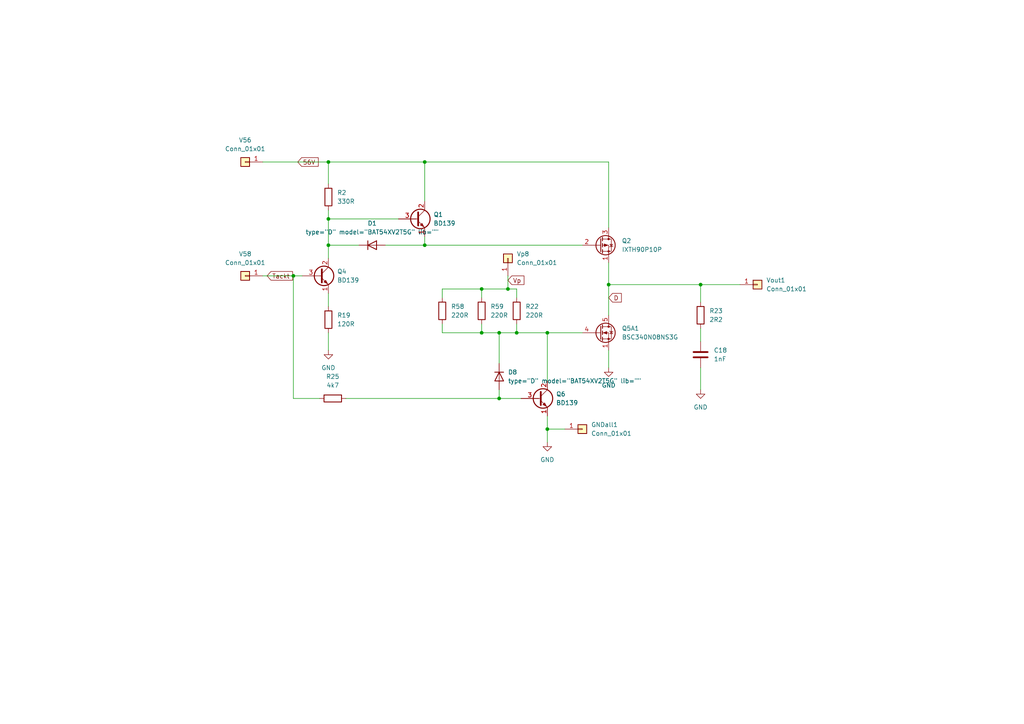
<source format=kicad_sch>
(kicad_sch (version 20211123) (generator eeschema)
  (paper "A4")
  (lib_symbols
    (symbol "Connector_Generic:Conn_01x01" (pin_names (offset 1.016) hide)
      (property "Reference" "J" (at 0 2.54 0))
      (property "Value" "Conn_01x01" (at 0 -2.54 0))
      (symbol "Conn_01x01_1_1"
        (rectangle (start -1.27 0.127) (end 0 -0.127) (stroke (width 0.1524)))
        (rectangle (start -1.27 1.27) (end 1.27 -1.27) (stroke (width 0.254)) (fill (type background)))
        (pin passive line (at -5.08 0 0) (length 3.81) (name "Pin_1") (number "1"))
      )
    )
    (symbol "Device:C" (pin_numbers hide) (pin_names (offset 0.254))
      (property "Reference" "C" (at 0.635 2.54 0))
      (property "Value" "C" (at 0.635 -2.54 0))
      (symbol "C_0_1"
        (polyline (pts (xy -2.032 -0.762) (xy 2.032 -0.762)) (stroke (width 0.508)))
        (polyline (pts (xy -2.032 0.762) (xy 2.032 0.762)) (stroke (width 0.508)))
      )
      (symbol "C_1_1"
        (pin passive line (at 0 3.81 270) (length 2.794) (name "~") (number "1"))
        (pin passive line (at 0 -3.81 90) (length 2.794) (name "~") (number "2"))
      )
    )
    (symbol "Device:Q_PMOS_SGD" (pin_names (offset 0) hide)
      (property "Reference" "Q" (at 5.08 1.27 0))
      (property "Value" "Q_PMOS_SGD" (at 5.08 -1.27 0))
      (symbol "Q_PMOS_SGD_0_1"
        (polyline (pts (xy 0.254 0) (xy -2.54 0)))
        (polyline (pts (xy 0.254 1.905) (xy 0.254 -1.905)) (stroke (width 0.254)))
        (polyline (pts (xy 0.762 -1.27) (xy 0.762 -2.286)) (stroke (width 0.254)))
        (polyline (pts (xy 0.762 0.508) (xy 0.762 -0.508)) (stroke (width 0.254)))
        (polyline (pts (xy 0.762 2.286) (xy 0.762 1.27)) (stroke (width 0.254)))
        (polyline (pts (xy 2.54 2.54) (xy 2.54 1.778)))
        (polyline (pts (xy 2.54 -2.54) (xy 2.54 0) (xy 0.762 0)))
        (polyline (pts (xy 0.762 1.778) (xy 3.302 1.778) (xy 3.302 -1.778) (xy 0.762 -1.778)))
        (polyline (pts (xy 2.286 0) (xy 1.27 0.381) (xy 1.27 -0.381) (xy 2.286 0)) (fill (type outline)))
        (polyline (pts (xy 2.794 -0.508) (xy 2.921 -0.381) (xy 3.683 -0.381) (xy 3.81 -0.254)))
        (polyline (pts (xy 3.302 -0.381) (xy 2.921 0.254) (xy 3.683 0.254) (xy 3.302 -0.381)))
        (circle (center 1.651 0) (radius 2.794) (stroke (width 0.254)))
        (circle (center 2.54 -1.778) (radius 0.254) (fill (type outline)))
        (circle (center 2.54 1.778) (radius 0.254) (fill (type outline)))
      )
      (symbol "Q_PMOS_SGD_1_1"
        (pin passive line (at 2.54 -5.08 90) (length 2.54) (name "S") (number "1"))
        (pin input line (at -5.08 0 0) (length 2.54) (name "G") (number "2"))
        (pin passive line (at 2.54 5.08 270) (length 2.54) (name "D") (number "3"))
      )
    )
    (symbol "Device:R" (pin_numbers hide) (pin_names (offset 0))
      (property "Reference" "R" (at 2.032 0 90))
      (property "Value" "R" (at 0 0 90))
      (symbol "R_0_1"
        (rectangle (start -1.016 -2.54) (end 1.016 2.54) (stroke (width 0.254)))
      )
      (symbol "R_1_1"
        (pin passive line (at 0 3.81 270) (length 1.27) (name "~") (number "1"))
        (pin passive line (at 0 -3.81 90) (length 1.27) (name "~") (number "2"))
      )
    )
    (symbol "Simulation_SPICE:DIODE" (pin_numbers hide) (pin_names (offset 1.016) hide)
      (property "Reference" "D" (at 0 2.54 0))
      (property "Value" "DIODE" (at 0 -2.54 0))
      (symbol "DIODE_0_1"
        (polyline (pts (xy 1.27 0) (xy -1.27 0)))
        (polyline (pts (xy 1.27 1.27) (xy 1.27 -1.27)) (stroke (width 0.254)))
        (polyline (pts (xy -1.27 -1.27) (xy -1.27 1.27) (xy 1.27 0) (xy -1.27 -1.27)) (stroke (width 0.254)))
      )
      (symbol "DIODE_1_1"
        (pin passive line (at -3.81 0 0) (length 2.54) (name "A") (number "1"))
        (pin passive line (at 3.81 0 180) (length 2.54) (name "K") (number "2"))
      )
    )
    (symbol "Transistor_BJT:BD139" (pin_names (offset 0) hide)
      (property "Reference" "Q" (at 5.08 1.905 0))
      (property "Value" "BD139" (at 5.08 0 0))
      (symbol "BD139_0_1"
        (polyline (pts (xy 0 0) (xy 0.635 0)))
        (polyline (pts (xy 2.54 -2.54) (xy 0.635 -0.635)))
        (polyline (pts (xy 2.54 2.54) (xy 0.635 0.635)))
        (polyline (pts (xy 0.635 1.905) (xy 0.635 -1.905) (xy 0.635 -1.905)) (stroke (width 0.508)) (fill (type outline)))
        (polyline (pts (xy 1.2446 -1.778) (xy 1.7526 -1.27) (xy 2.286 -2.286) (xy 1.2446 -1.778) (xy 1.2446 -1.778)) (fill (type outline)))
        (circle (center 1.27 0) (radius 2.8194) (stroke (width 0.3048)))
      )
      (symbol "BD139_1_1"
        (pin passive line (at 2.54 -5.08 90) (length 2.54) (name "E") (number "1"))
        (pin passive line (at 2.54 5.08 270) (length 2.54) (name "C") (number "2"))
        (pin input line (at -5.08 0 0) (length 5.08) (name "B") (number "3"))
      )
    )
    (symbol "Transistor_FET:BSC340N08NS3G" (pin_names hide)
      (property "Reference" "Q" (at 5.08 1.905 0))
      (property "Value" "BSC340N08NS3G" (at 5.08 0 0))
      (symbol "BSC340N08NS3G_0_1"
        (polyline (pts (xy 0.254 0) (xy -2.54 0)))
        (polyline (pts (xy 0.254 1.905) (xy 0.254 -1.905)) (stroke (width 0.254)))
        (polyline (pts (xy 0.762 -1.27) (xy 0.762 -2.286)) (stroke (width 0.254)))
        (polyline (pts (xy 0.762 0.508) (xy 0.762 -0.508)) (stroke (width 0.254)))
        (polyline (pts (xy 0.762 2.286) (xy 0.762 1.27)) (stroke (width 0.254)))
        (polyline (pts (xy 2.54 2.54) (xy 2.54 1.778)))
        (polyline (pts (xy 2.54 -2.54) (xy 2.54 0) (xy 0.762 0)))
        (polyline (pts (xy 0.762 -1.778) (xy 3.302 -1.778) (xy 3.302 1.778) (xy 0.762 1.778)))
        (polyline (pts (xy 1.016 0) (xy 2.032 0.381) (xy 2.032 -0.381) (xy 1.016 0)) (fill (type outline)))
        (polyline (pts (xy 2.794 0.508) (xy 2.921 0.381) (xy 3.683 0.381) (xy 3.81 0.254)))
        (polyline (pts (xy 3.302 0.381) (xy 2.921 -0.254) (xy 3.683 -0.254) (xy 3.302 0.381)))
        (circle (center 1.651 0) (radius 2.794) (stroke (width 0.254)))
        (circle (center 2.54 -1.778) (radius 0.254) (fill (type outline)))
        (circle (center 2.54 1.778) (radius 0.254) (fill (type outline)))
      )
      (symbol "BSC340N08NS3G_1_1"
        (pin passive line (at 2.54 -5.08 90) (length 2.54) (name "S") (number "1"))
        (pin passive line (at 2.54 -5.08 90) (length 2.54) hide (name "S") (number "2"))
        (pin passive line (at 2.54 -5.08 90) (length 2.54) hide (name "S") (number "3"))
        (pin passive line (at -5.08 0 0) (length 2.54) (name "G") (number "4"))
        (pin passive line (at 2.54 5.08 270) (length 2.54) (name "D") (number "5"))
      )
    )
    (symbol "power:GND" (power) (pin_names (offset 0))
      (property "Value" "GND" (at 0 -3.81 0))
      (symbol "GND_0_1"
        (polyline (pts (xy 0 0) (xy 0 -1.27) (xy 1.27 -1.27) (xy 0 -2.54) (xy -1.27 -1.27) (xy 0 -1.27)))
      )
      (symbol "GND_1_1"
        (pin power_in line (at 0 0 270) (length 0) hide (name "GND") (number "1"))
      )
    )
  )
  (junction (at 158.75 124.46))
  (junction (at 95.25 71.12))
  (junction (at 144.78 115.57))
  (junction (at 123.19 71.12))
  (junction (at 85.09 80.01))
  (junction (at 95.25 63.5))
  (junction (at 149.86 96.52))
  (junction (at 176.53 82.55))
  (junction (at 123.19 46.99))
  (junction (at 158.75 96.52))
  (junction (at 95.25 46.99))
  (junction (at 203.2 82.55))
  (junction (at 147.32 83.82))
  (junction (at 139.7 96.52))
  (junction (at 144.78 96.52))
  (junction (at 139.7 83.82))
  (wire (pts (xy 95.25 60.96) (xy 95.25 63.5)))
  (wire (pts (xy 95.25 46.99) (xy 95.25 53.34)))
  (wire (pts (xy 144.78 113.03) (xy 144.78 115.57)))
  (wire (pts (xy 123.19 46.99) (xy 123.19 58.42)))
  (wire (pts (xy 144.78 115.57) (xy 151.13 115.57)))
  (wire (pts (xy 176.53 46.99) (xy 123.19 46.99)))
  (wire (pts (xy 203.2 106.68) (xy 203.2 113.03)))
  (wire (pts (xy 203.2 87.63) (xy 203.2 82.55)))
  (wire (pts (xy 95.25 71.12) (xy 104.14 71.12)))
  (wire (pts (xy 149.86 83.82) (xy 149.86 86.36)))
  (wire (pts (xy 95.25 46.99) (xy 123.19 46.99)))
  (wire (pts (xy 85.09 80.01) (xy 87.63 80.01)))
  (wire (pts (xy 92.71 115.57) (xy 85.09 115.57)))
  (wire (pts (xy 158.75 96.52) (xy 158.75 110.49)))
  (wire (pts (xy 158.75 120.65) (xy 158.75 124.46)))
  (wire (pts (xy 158.75 124.46) (xy 163.83 124.46)))
  (wire (pts (xy 144.78 96.52) (xy 139.7 96.52)))
  (wire (pts (xy 158.75 124.46) (xy 158.75 128.27)))
  (wire (pts (xy 139.7 93.98) (xy 139.7 96.52)))
  (wire (pts (xy 149.86 96.52) (xy 144.78 96.52)))
  (wire (pts (xy 176.53 82.55) (xy 176.53 91.44)))
  (wire (pts (xy 158.75 96.52) (xy 168.91 96.52)))
  (wire (pts (xy 139.7 83.82) (xy 147.32 83.82)))
  (wire (pts (xy 176.53 66.04) (xy 176.53 46.99)))
  (wire (pts (xy 95.25 71.12) (xy 95.25 74.93)))
  (wire (pts (xy 144.78 96.52) (xy 144.78 105.41)))
  (wire (pts (xy 123.19 68.58) (xy 123.19 71.12)))
  (wire (pts (xy 149.86 93.98) (xy 149.86 96.52)))
  (wire (pts (xy 147.32 83.82) (xy 149.86 83.82)))
  (wire (pts (xy 128.27 86.36) (xy 128.27 83.82)))
  (wire (pts (xy 95.25 85.09) (xy 95.25 88.9)))
  (wire (pts (xy 100.33 115.57) (xy 144.78 115.57)))
  (wire (pts (xy 203.2 82.55) (xy 214.63 82.55)))
  (wire (pts (xy 139.7 96.52) (xy 128.27 96.52)))
  (wire (pts (xy 149.86 96.52) (xy 158.75 96.52)))
  (wire (pts (xy 95.25 96.52) (xy 95.25 101.6)))
  (wire (pts (xy 95.25 63.5) (xy 95.25 71.12)))
  (wire (pts (xy 176.53 76.2) (xy 176.53 82.55)))
  (wire (pts (xy 176.53 101.6) (xy 176.53 106.68)))
  (wire (pts (xy 128.27 93.98) (xy 128.27 96.52)))
  (wire (pts (xy 147.32 80.01) (xy 147.32 83.82)))
  (wire (pts (xy 85.09 80.01) (xy 85.09 115.57)))
  (wire (pts (xy 176.53 82.55) (xy 203.2 82.55)))
  (wire (pts (xy 111.76 71.12) (xy 123.19 71.12)))
  (wire (pts (xy 139.7 83.82) (xy 139.7 86.36)))
  (wire (pts (xy 95.25 63.5) (xy 115.57 63.5)))
  (wire (pts (xy 123.19 71.12) (xy 168.91 71.12)))
  (wire (pts (xy 203.2 95.25) (xy 203.2 99.06)))
  (wire (pts (xy 76.2 80.01) (xy 85.09 80.01)))
  (wire (pts (xy 76.2 46.99) (xy 95.25 46.99)))
  (wire (pts (xy 128.27 83.82) (xy 139.7 83.82)))
  (global_label "Vp" (shape input) (at 147.32 81.28 0) (property "Intersheet References" "${INTERSHEET_REFS}" (effects hide)))
  (global_label "56V" (shape input) (at 86.36 46.99 0) (property "Intersheet References" "${INTERSHEET_REFS}" (effects hide)))
  (global_label "D" (shape input) (at 176.53 86.36 0) (property "Intersheet References" "${INTERSHEET_REFS}" (effects hide)))
  (global_label "Tackt" (shape input) (at 77.47 80.01 0) (property "Intersheet References" "${INTERSHEET_REFS}" (effects hide)))
  (symbol (lib_id "Transistor_BJT:BD139") (at 92.71 80.01 0) (unit 1)
    (property "Reference" "Q4" (at 97.79 78.7399 0) (effects (justify left)))
    (property "Value" "BD139" (at 97.79 81.2799 0) (effects (justify left)))
    (property "Footprint" "Package_TO_SOT_THT:TO-126-3_Vertical" (effects hide))
    (property "Datasheet" "http://www.st.com/internet/com/TECHNICAL_RESOURCES/TECHNICAL_LITERATURE/DATASHEET/CD00001225.pdf" (effects hide))
  )
  (symbol (lib_id "Connector_Generic:Conn_01x01") (at 71.12 80.01 180) (unit 1)
    (property "Reference" "V58" (at 71.12 73.66 0))
    (property "Value" "Conn_01x01" (at 71.12 76.2 0))
    (property "Footprint" "Connector:Banana_Jack_1Pin" (effects hide))
  )
  (symbol (lib_id "Connector_Generic:Conn_01x01") (at 147.32 74.93 90) (unit 1)
    (property "Reference" "Vp8" (at 149.86 73.6599 90) (effects (justify right)))
    (property "Value" "Conn_01x01" (at 149.86 76.1999 90) (effects (justify right)))
    (property "Footprint" "Connector:Banana_Jack_1Pin" (effects hide))
  )
  (symbol (lib_id "power:GND") (at 176.53 106.68 0) (unit 1)
    (property "Reference" "#PWR0102" (effects hide))
    (property "Value" "GND" (at 176.53 111.76 0))
  )
  (symbol (lib_id "Connector_Generic:Conn_01x01") (at 219.71 82.55 0) (unit 1)
    (property "Reference" "Vout1" (at 222.25 81.2799 0) (effects (justify left)))
    (property "Value" "Conn_01x01" (at 222.25 83.8199 0) (effects (justify left)))
    (property "Footprint" "Connector:Banana_Jack_1Pin" (effects hide))
  )
  (symbol (lib_id "power:GND") (at 203.2 113.03 0) (unit 1)
    (property "Reference" "#PWR0104" (effects hide))
    (property "Value" "GND" (at 203.2 118.11 0))
  )
  (symbol (lib_id "Transistor_BJT:BD139") (at 156.21 115.57 0) (unit 1)
    (property "Reference" "Q6" (at 161.29 114.2999 0) (effects (justify left)))
    (property "Value" "BD139" (at 161.29 116.8399 0) (effects (justify left)))
    (property "Footprint" "Package_TO_SOT_THT:TO-126-3_Vertical" (effects hide))
    (property "Datasheet" "http://www.st.com/internet/com/TECHNICAL_RESOURCES/TECHNICAL_LITERATURE/DATASHEET/CD00001225.pdf" (effects hide))
  )
  (symbol (lib_id "Device:R") (at 203.2 91.44 0) (unit 1)
    (property "Reference" "R23" (at 205.74 90.1699 0) (effects (justify left)))
    (property "Value" "2R2" (at 205.74 92.7099 0) (effects (justify left)))
    (property "Footprint" "Resistor_SMD:R_0805_2012Metric" (effects hide))
  )
  (symbol (lib_id "Connector_Generic:Conn_01x01") (at 71.12 46.99 180) (unit 1)
    (property "Reference" "V56" (at 71.12 40.64 0))
    (property "Value" "Conn_01x01" (at 71.12 43.18 0))
    (property "Footprint" "Connector:Banana_Jack_1Pin" (effects hide))
  )
  (symbol (lib_id "Device:Q_PMOS_SGD") (at 173.99 71.12 0) (unit 1)
    (property "Reference" "Q2" (at 180.34 69.8499 0) (effects (justify left)))
    (property "Value" "IXTH90P10P" (at 180.34 72.3899 0) (effects (justify left)))
    (property "Footprint" "Library:TO-247-3_MOSFET" (effects hide))
  )
  (symbol (lib_id "Device:C") (at 203.2 102.87 0) (unit 1)
    (property "Reference" "C18" (at 207.01 101.5999 0) (effects (justify left)))
    (property "Value" "1nF" (at 207.01 104.1399 0) (effects (justify left)))
    (property "Footprint" "Capacitor_SMD:C_0805_2012Metric" (effects hide))
  )
  (symbol (lib_id "Device:R") (at 139.7 90.17 0) (unit 1)
    (property "Reference" "R59" (at 142.24 88.8999 0) (effects (justify left)))
    (property "Value" "220R" (at 142.24 91.4399 0) (effects (justify left)))
    (property "Footprint" "Resistor_SMD:R_1210_3225Metric" (effects hide))
  )
  (symbol (lib_id "Device:R") (at 128.27 90.17 0) (unit 1)
    (property "Reference" "R58" (at 130.81 88.8999 0) (effects (justify left)))
    (property "Value" "220R" (at 130.81 91.4399 0) (effects (justify left)))
    (property "Footprint" "Resistor_SMD:R_1210_3225Metric" (effects hide))
  )
  (symbol (lib_id "Device:R") (at 96.52 115.57 90) (unit 1)
    (property "Reference" "R25" (at 96.52 109.22 90))
    (property "Value" "4k7" (at 96.52 111.76 90))
    (property "Footprint" "Resistor_SMD:R_0805_2012Metric" (effects hide))
  )
  (symbol (lib_id "Device:R") (at 149.86 90.17 0) (unit 1)
    (property "Reference" "R22" (at 152.4 88.8999 0) (effects (justify left)))
    (property "Value" "220R" (at 152.4 91.4399 0) (effects (justify left)))
    (property "Footprint" "Resistor_SMD:R_1210_3225Metric" (effects hide))
  )
  (symbol (lib_id "Transistor_FET:BSC340N08NS3G") (at 173.99 96.52 0) (unit 1)
    (property "Reference" "Q5A1" (at 180.34 95.2499 0) (effects (justify left)))
    (property "Value" "BSC340N08NS3G" (at 180.34 97.7899 0) (effects (justify left)))
    (property "Footprint" "Package_TO_SOT_SMD:TDSON-8-1" (effects hide))
    (property "Datasheet" "http://www.infineon.com/dgdl/Infineon-BSC340N08NS3G-DS-v02_06-en.pdf?fileId=db3a30431add1d95011ae81c21f2563a" (effects hide))
  )
  (symbol (lib_id "Simulation_SPICE:DIODE") (at 144.78 109.22 90) (unit 1)
    (property "Reference" "D8" (at 147.32 107.9499 90) (effects (justify right)))
    (property "Value" "BAT54XV2T5G" (at 147.32 110.4899 90) (effects (justify right)))
    (property "Footprint" "Diode_SMD:D_SOD-523" (effects hide))
    (property "Spice_Netlist_Enabled" "Y" (effects hide))
    (property "Spice_Primitive" "D" (effects hide))
  )
  (symbol (lib_id "Device:R") (at 95.25 92.71 0) (unit 1)
    (property "Reference" "R19" (at 97.79 91.4399 0) (effects (justify left)))
    (property "Value" "120R" (at 97.79 93.9799 0) (effects (justify left)))
    (property "Footprint" "Resistor_SMD:R_1206_3216Metric" (effects hide))
  )
  (symbol (lib_id "power:GND") (at 158.75 128.27 0) (unit 1)
    (property "Reference" "#PWR0103" (effects hide))
    (property "Value" "GND" (at 158.75 133.35 0))
  )
  (symbol (lib_id "Simulation_SPICE:DIODE") (at 107.95 71.12 180) (unit 1)
    (property "Reference" "D1" (at 107.95 64.77 0))
    (property "Value" "BAT54XV2T5G" (at 107.95 67.31 0))
    (property "Footprint" "Diode_SMD:D_SOD-523" (effects hide))
    (property "Spice_Netlist_Enabled" "Y" (effects hide))
    (property "Spice_Primitive" "D" (effects hide))
  )
  (symbol (lib_id "power:GND") (at 95.25 101.6 0) (unit 1)
    (property "Reference" "#PWR0101" (effects hide))
    (property "Value" "GND" (at 95.25 106.68 0))
  )
  (symbol (lib_id "Transistor_BJT:BD139") (at 120.65 63.5 0) (unit 1)
    (property "Reference" "Q1" (at 125.73 62.2299 0) (effects (justify left)))
    (property "Value" "BD139" (at 125.73 64.7699 0) (effects (justify left)))
    (property "Footprint" "Package_TO_SOT_THT:TO-126-3_Vertical" (effects hide))
    (property "Datasheet" "http://www.st.com/internet/com/TECHNICAL_RESOURCES/TECHNICAL_LITERATURE/DATASHEET/CD00001225.pdf" (effects hide))
  )
  (symbol (lib_id "Connector_Generic:Conn_01x01") (at 168.91 124.46 0) (unit 1)
    (property "Reference" "GNDall1" (at 171.45 123.1899 0) (effects (justify left)))
    (property "Value" "Conn_01x01" (at 171.45 125.7299 0) (effects (justify left)))
    (property "Footprint" "Connector:Banana_Jack_1Pin" (effects hide))
  )
  (symbol (lib_id "Device:R") (at 95.25 57.15 0) (unit 1)
    (property "Reference" "R2" (at 97.79 55.8799 0) (effects (justify left)))
    (property "Value" "330R" (at 97.79 58.4199 0) (effects (justify left)))
    (property "Footprint" "Resistor_SMD:R_1210_3225Metric" (effects hide))
  )
)
</source>
